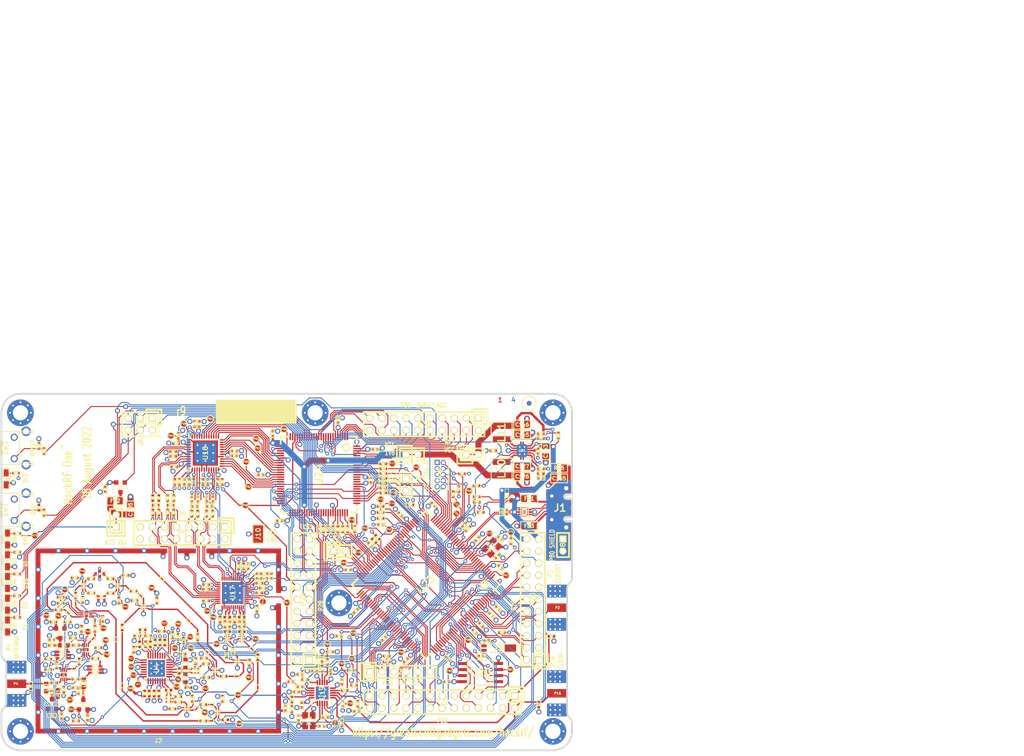
<source format=kicad_pcb>
(kicad_pcb (version 20211014) (generator pcbnew)

  (general
    (thickness 1.6116)
  )

  (paper "USLegal")
  (title_block
    (title "HackRF One")
    (date "2022-08-28")
    (rev "r9")
    (company "Copyright 2012-2022 Great Scott Gadgets")
    (comment 1 "Michael Ossmann")
    (comment 2 "Licensed under the CERN-OHL-P v2")
  )

  (layers
    (0 "F.Cu" signal "C1F")
    (1 "In1.Cu" signal "C2")
    (2 "In2.Cu" signal "C3")
    (31 "B.Cu" signal "C4B")
    (32 "B.Adhes" user "B.Adhesive")
    (33 "F.Adhes" user "F.Adhesive")
    (34 "B.Paste" user)
    (35 "F.Paste" user)
    (36 "B.SilkS" user "B.Silkscreen")
    (37 "F.SilkS" user "F.Silkscreen")
    (38 "B.Mask" user)
    (39 "F.Mask" user)
    (41 "Cmts.User" user "User.Comments")
    (44 "Edge.Cuts" user)
    (45 "Margin" user)
    (46 "B.CrtYd" user "B.Courtyard")
    (47 "F.CrtYd" user "F.Courtyard")
    (49 "F.Fab" user)
  )

  (setup
    (stackup
      (layer "F.SilkS" (type "Top Silk Screen") (color "White"))
      (layer "F.Paste" (type "Top Solder Paste"))
      (layer "F.Mask" (type "Top Solder Mask") (color "Green") (thickness 0.0127) (material "LPI") (epsilon_r 3.8) (loss_tangent 0))
      (layer "F.Cu" (type "copper") (thickness 0.035))
      (layer "dielectric 1" (type "prepreg") (thickness 0.2104) (material "7628") (epsilon_r 4.6) (loss_tangent 0))
      (layer "In1.Cu" (type "copper") (thickness 0.0152))
      (layer "dielectric 2" (type "core") (thickness 1.065) (material "7628") (epsilon_r 4.6) (loss_tangent 0))
      (layer "In2.Cu" (type "copper") (thickness 0.0152))
      (layer "dielectric 3" (type "prepreg") (thickness 0.2104) (material "7628") (epsilon_r 4.6) (loss_tangent 0))
      (layer "B.Cu" (type "copper") (thickness 0.035))
      (layer "B.Mask" (type "Bottom Solder Mask") (color "Green") (thickness 0.0127) (material "LPI") (epsilon_r 3.8) (loss_tangent 0))
      (layer "B.Paste" (type "Bottom Solder Paste"))
      (layer "B.SilkS" (type "Bottom Silk Screen") (color "White"))
      (copper_finish "ENIG")
      (dielectric_constraints yes)
    )
    (pad_to_mask_clearance 0.05)
    (pad_to_paste_clearance_ratio -0.12)
    (pcbplotparams
      (layerselection 0x00010e8_ffffffff)
      (disableapertmacros false)
      (usegerberextensions true)
      (usegerberattributes false)
      (usegerberadvancedattributes true)
      (creategerberjobfile false)
      (svguseinch false)
      (svgprecision 6)
      (excludeedgelayer true)
      (plotframeref false)
      (viasonmask false)
      (mode 1)
      (useauxorigin false)
      (hpglpennumber 1)
      (hpglpenspeed 20)
      (hpglpendiameter 15.000000)
      (dxfpolygonmode true)
      (dxfimperialunits true)
      (dxfusepcbnewfont true)
      (psnegative false)
      (psa4output false)
      (plotreference false)
      (plotvalue false)
      (plotinvisibletext false)
      (sketchpadsonfab false)
      (subtractmaskfromsilk false)
      (outputformat 1)
      (mirror false)
      (drillshape 0)
      (scaleselection 1)
      (outputdirectory "gerbers")
    )
  )

  (net 0 "")
  (net 1 "!MIX_BYPASS")
  (net 2 "!RX_AMP_PWR")
  (net 3 "!TX_AMP_PWR")
  (net 4 "!VAA_ENABLE")
  (net 5 "/baseband/CLK0")
  (net 6 "/baseband/CLK1")
  (net 7 "/baseband/CLK2")
  (net 8 "/baseband/CLK3")
  (net 9 "/baseband/CLK5")
  (net 10 "/baseband/COM")
  (net 11 "/baseband/CPOUT+")
  (net 12 "/baseband/CPOUT-")
  (net 13 "/baseband/IA+")
  (net 14 "/baseband/IA-")
  (net 15 "/baseband/ID+")
  (net 16 "/baseband/ID-")
  (net 17 "/baseband/INTR")
  (net 18 "/baseband/OEB")
  (net 19 "/baseband/QA+")
  (net 20 "/baseband/QA-")
  (net 21 "/baseband/QD+")
  (net 22 "/baseband/QD-")
  (net 23 "/baseband/REFN")
  (net 24 "/baseband/REFP")
  (net 25 "/baseband/RXBBI+")
  (net 26 "/baseband/RXBBI-")
  (net 27 "/baseband/RXBBQ+")
  (net 28 "/baseband/RXBBQ-")
  (net 29 "/baseband/TXBBI+")
  (net 30 "/baseband/TXBBI-")
  (net 31 "/baseband/TXBBQ+")
  (net 32 "/baseband/TXBBQ-")
  (net 33 "/baseband/XA")
  (net 34 "/baseband/XB")
  (net 35 "/baseband/XCVR_CLKOUT")
  (net 36 "/baseband/XTAL2")
  (net 37 "/frontend/!ANT_BIAS")
  (net 38 "/frontend/REF_IN")
  (net 39 "/frontend/RX_AMP_OUT")
  (net 40 "/frontend/TX_AMP_IN")
  (net 41 "/frontend/TX_AMP_OUT")
  (net 42 "/mcu/usb/power/ADC0_0")
  (net 43 "/mcu/usb/power/ADC0_2")
  (net 44 "/mcu/usb/power/ADC0_5")
  (net 45 "/mcu/usb/power/ADC0_6")
  (net 46 "/mcu/usb/power/B1AUX13")
  (net 47 "/mcu/usb/power/B1AUX14")
  (net 48 "/mcu/usb/power/B2AUX1")
  (net 49 "/mcu/usb/power/B2AUX10")
  (net 50 "/mcu/usb/power/B2AUX11")
  (net 51 "/mcu/usb/power/B2AUX12")
  (net 52 "/mcu/usb/power/B2AUX13")
  (net 53 "/mcu/usb/power/B2AUX14")
  (net 54 "/mcu/usb/power/B2AUX15")
  (net 55 "/mcu/usb/power/B2AUX16")
  (net 56 "/mcu/usb/power/B2AUX2")
  (net 57 "/mcu/usb/power/B2AUX3")
  (net 58 "/mcu/usb/power/B2AUX4")
  (net 59 "/mcu/usb/power/B2AUX5")
  (net 60 "/mcu/usb/power/B2AUX6")
  (net 61 "/mcu/usb/power/B2AUX7")
  (net 62 "/mcu/usb/power/B2AUX8")
  (net 63 "/mcu/usb/power/B2AUX9")
  (net 64 "/mcu/usb/power/BANK2F3M1")
  (net 65 "/mcu/usb/power/BANK2F3M10")
  (net 66 "/mcu/usb/power/BANK2F3M11")
  (net 67 "/mcu/usb/power/BANK2F3M12")
  (net 68 "/mcu/usb/power/BANK2F3M14")
  (net 69 "/mcu/usb/power/BANK2F3M15")
  (net 70 "/mcu/usb/power/BANK2F3M16")
  (net 71 "/mcu/usb/power/BANK2F3M2")
  (net 72 "/mcu/usb/power/BANK2F3M3")
  (net 73 "/mcu/usb/power/BANK2F3M4")
  (net 74 "/mcu/usb/power/BANK2F3M5")
  (net 75 "/mcu/usb/power/BANK2F3M6")
  (net 76 "/mcu/usb/power/BANK2F3M7")
  (net 77 "/mcu/usb/power/BANK2F3M8")
  (net 78 "/mcu/usb/power/BANK2F3M9")
  (net 79 "/mcu/usb/power/CPLD_TCK")
  (net 80 "/mcu/usb/power/CPLD_TDI")
  (net 81 "/mcu/usb/power/CPLD_TDO")
  (net 82 "/mcu/usb/power/CPLD_TMS")
  (net 83 "/mcu/usb/power/DBGEN")
  (net 84 "/mcu/usb/power/DM")
  (net 85 "/mcu/usb/power/DP")
  (net 86 "/mcu/usb/power/EN1V8")
  (net 87 "/mcu/usb/power/GCK0")
  (net 88 "/mcu/usb/power/GPIO3_10")
  (net 89 "/mcu/usb/power/GPIO3_11")
  (net 90 "/mcu/usb/power/GPIO3_12")
  (net 91 "/mcu/usb/power/GPIO3_13")
  (net 92 "/mcu/usb/power/GPIO3_14")
  (net 93 "/mcu/usb/power/GPIO3_15")
  (net 94 "/mcu/usb/power/GPIO3_8")
  (net 95 "/mcu/usb/power/GPIO3_9")
  (net 96 "/mcu/usb/power/GP_CLKIN")
  (net 97 "/mcu/usb/power/I2C1_SCL")
  (net 98 "/mcu/usb/power/I2C1_SDA")
  (net 99 "/mcu/usb/power/I2S0_RX_MCLK")
  (net 100 "/mcu/usb/power/I2S0_RX_SCK")
  (net 101 "/mcu/usb/power/I2S0_RX_SDA")
  (net 102 "/mcu/usb/power/I2S0_RX_WS")
  (net 103 "/mcu/usb/power/I2S0_TX_MCLK")
  (net 104 "/mcu/usb/power/I2S0_TX_SCK")
  (net 105 "/mcu/usb/power/ISP")
  (net 106 "/mcu/usb/power/LED1")
  (net 107 "/mcu/usb/power/LED2")
  (net 108 "/mcu/usb/power/LED3")
  (net 109 "/mcu/usb/power/P1_1")
  (net 110 "/mcu/usb/power/P1_2")
  (net 111 "/mcu/usb/power/P2_13")
  (net 112 "/mcu/usb/power/P2_8")
  (net 113 "/mcu/usb/power/P2_9")
  (net 114 "/mcu/usb/power/REG_OUT1")
  (net 115 "/mcu/usb/power/REG_OUT2")
  (net 116 "/mcu/usb/power/RESET")
  (net 117 "/mcu/usb/power/RREF")
  (net 118 "/mcu/usb/power/RTCX1")
  (net 119 "/mcu/usb/power/RTCX2")
  (net 120 "/mcu/usb/power/RTC_ALARM")
  (net 121 "/mcu/usb/power/SD_CD")
  (net 122 "/mcu/usb/power/SD_CLK")
  (net 123 "/mcu/usb/power/SD_CMD")
  (net 124 "/mcu/usb/power/SD_DAT0")
  (net 125 "/mcu/usb/power/SD_DAT1")
  (net 126 "/mcu/usb/power/SD_DAT2")
  (net 127 "/mcu/usb/power/SD_DAT3")
  (net 128 "/mcu/usb/power/SD_POW")
  (net 129 "/mcu/usb/power/SD_VOLT0")
  (net 130 "/mcu/usb/power/SGPIO0")
  (net 131 "/mcu/usb/power/SGPIO1")
  (net 132 "/mcu/usb/power/SGPIO10")
  (net 133 "/mcu/usb/power/SGPIO11")
  (net 134 "/mcu/usb/power/SGPIO12")
  (net 135 "/mcu/usb/power/SGPIO13")
  (net 136 "/mcu/usb/power/SGPIO14")
  (net 137 "/mcu/usb/power/SGPIO15")
  (net 138 "/mcu/usb/power/SGPIO2")
  (net 139 "/mcu/usb/power/SGPIO3")
  (net 140 "/mcu/usb/power/SGPIO4")
  (net 141 "/mcu/usb/power/SGPIO5")
  (net 142 "/mcu/usb/power/SGPIO6")
  (net 143 "/mcu/usb/power/SGPIO7")
  (net 144 "/mcu/usb/power/SGPIO9")
  (net 145 "/mcu/usb/power/SPIFI_CS")
  (net 146 "/mcu/usb/power/SPIFI_CIPO")
  (net 147 "/mcu/usb/power/SPIFI_COPI")
  (net 148 "/mcu/usb/power/SPIFI_SCK")
  (net 149 "/mcu/usb/power/SPIFI_SIO2")
  (net 150 "/mcu/usb/power/SPIFI_SIO3")
  (net 151 "/mcu/usb/power/TCK")
  (net 152 "/mcu/usb/power/TDI")
  (net 153 "/mcu/usb/power/TDO")
  (net 154 "/mcu/usb/power/TMS")
  (net 155 "/mcu/usb/power/U0_RXD")
  (net 156 "/mcu/usb/power/U0_TXD")
  (net 157 "/mcu/usb/power/USB_SHIELD")
  (net 158 "/mcu/usb/power/VBAT")
  (net 159 "/mcu/usb/power/VBUS")
  (net 160 "/mcu/usb/power/VBUSCTRL")
  (net 161 "/mcu/usb/power/VIN")
  (net 162 "/mcu/usb/power/VREGMODE")
  (net 163 "/mcu/usb/power/WAKEUP")
  (net 164 "/mcu/usb/power/XTAL1")
  (net 165 "/mcu/usb/power/XTAL2")
  (net 166 "AMP_BYPASS")
  (net 167 "CLK6")
  (net 168 "CLKIN")
  (net 169 "CLKOUT")
  (net 170 "CS_AD")
  (net 171 "CS_XCVR")
  (net 172 "DA0")
  (net 173 "DA1")
  (net 174 "DA2")
  (net 175 "DA3")
  (net 176 "DA4")
  (net 177 "DA5")
  (net 178 "DA6")
  (net 179 "DA7")
  (net 180 "DD0")
  (net 181 "DD1")
  (net 182 "DD2")
  (net 183 "DD3")
  (net 184 "DD4")
  (net 185 "DD5")
  (net 186 "DD6")
  (net 187 "DD7")
  (net 188 "DD8")
  (net 189 "DD9")
  (net 190 "GCK1")
  (net 191 "GCK2")
  (net 192 "GND")
  (net 193 "HP")
  (net 194 "LP")
  (net 195 "MCU_CLK")
  (net 196 "MIXER_ENX")
  (net 197 "MIXER_RESETX")
  (net 198 "MIXER_SCLK")
  (net 199 "MIXER_SDATA")
  (net 200 "MIX_BYPASS")
  (net 201 "MIX_CLK")
  (net 202 "RSSI")
  (net 203 "RX")
  (net 204 "RXENABLE")
  (net 205 "RX_AMP")
  (net 206 "RX_IF")
  (net 207 "RX_MIX_BP")
  (net 208 "SCL")
  (net 209 "SDA")
  (net 210 "SGPIO_CLK")
  (net 211 "SSP1_CIPO")
  (net 212 "SSP1_COPI")
  (net 213 "SSP1_SCK")
  (net 214 "TXENABLE")
  (net 215 "TX_AMP")
  (net 216 "TX_IF")
  (net 217 "TX_MIX_BP")
  (net 218 "VAA")
  (net 219 "VCC")
  (net 220 "XCVR_EN")
  (net 221 "Net-(C8-Pad2)")
  (net 222 "Net-(C9-Pad2)")
  (net 223 "Net-(C9-Pad1)")
  (net 224 "Net-(C12-Pad1)")
  (net 225 "Net-(C13-Pad1)")
  (net 226 "Net-(C14-Pad2)")
  (net 227 "Net-(C14-Pad1)")
  (net 228 "Net-(C15-Pad2)")
  (net 229 "Net-(C17-Pad2)")
  (net 230 "Net-(C17-Pad1)")
  (net 231 "Net-(C18-Pad2)")
  (net 232 "Net-(C18-Pad1)")
  (net 233 "Net-(C20-Pad2)")
  (net 234 "Net-(C20-Pad1)")
  (net 235 "Net-(C21-Pad2)")
  (net 236 "Net-(C21-Pad1)")
  (net 237 "Net-(C23-Pad2)")
  (net 238 "Net-(C23-Pad1)")
  (net 239 "Net-(C25-Pad1)")
  (net 240 "Net-(C26-Pad2)")
  (net 241 "Net-(C26-Pad1)")
  (net 242 "Net-(C27-Pad2)")
  (net 243 "Net-(C27-Pad1)")
  (net 244 "Net-(C28-Pad2)")
  (net 245 "Net-(C28-Pad1)")
  (net 246 "Net-(C31-Pad2)")
  (net 247 "Net-(C31-Pad1)")
  (net 248 "Net-(C32-Pad2)")
  (net 249 "Net-(C32-Pad1)")
  (net 250 "Net-(C43-Pad2)")
  (net 251 "Net-(C43-Pad1)")
  (net 252 "Net-(C44-Pad2)")
  (net 253 "Net-(C44-Pad1)")
  (net 254 "Net-(C46-Pad2)")
  (net 255 "Net-(C46-Pad1)")
  (net 256 "Net-(C48-Pad1)")
  (net 257 "Net-(C49-Pad2)")
  (net 258 "Net-(C50-Pad1)")
  (net 259 "Net-(C51-Pad2)")
  (net 260 "Net-(C51-Pad1)")
  (net 261 "Net-(C163-Pad2)")
  (net 262 "Net-(C58-Pad2)")
  (net 263 "Net-(C59-Pad2)")
  (net 264 "Net-(C61-Pad2)")
  (net 265 "Net-(C61-Pad1)")
  (net 266 "Net-(C62-Pad2)")
  (net 267 "Net-(C64-Pad2)")
  (net 268 "Net-(C64-Pad1)")
  (net 269 "Net-(C99-Pad2)")
  (net 270 "Net-(C99-Pad1)")
  (net 271 "Net-(C102-Pad2)")
  (net 272 "Net-(C102-Pad1)")
  (net 273 "Net-(C104-Pad2)")
  (net 274 "Net-(C104-Pad1)")
  (net 275 "Net-(C105-Pad1)")
  (net 276 "Net-(C106-Pad1)")
  (net 277 "Net-(C111-Pad2)")
  (net 278 "Net-(C111-Pad1)")
  (net 279 "Net-(C114-Pad2)")
  (net 280 "Net-(C114-Pad1)")
  (net 281 "Net-(C125-Pad2)")
  (net 282 "Net-(C160-Pad1)")
  (net 283 "Net-(D2-Pad2)")
  (net 284 "Net-(D4-Pad2)")
  (net 285 "Net-(D5-Pad2)")
  (net 286 "Net-(D6-Pad2)")
  (net 287 "Net-(D7-Pad2)")
  (net 288 "Net-(D8-Pad2)")
  (net 289 "Net-(FB1-Pad1)")
  (net 290 "Net-(FB2-Pad1)")
  (net 291 "Net-(FB3-Pad1)")
  (net 292 "Net-(J1-Pad4)")
  (net 293 "Net-(J1-Pad3)")
  (net 294 "Net-(J1-Pad2)")
  (net 295 "Net-(L1-Pad2)")
  (net 296 "Net-(L1-Pad1)")
  (net 297 "Net-(L2-Pad1)")
  (net 298 "Net-(L3-Pad1)")
  (net 299 "Net-(L10-Pad1)")
  (net 300 "Net-(L11-Pad2)")
  (net 301 "Net-(D10-Pad1)")
  (net 302 "Net-(P6-Pad1)")
  (net 303 "Net-(P7-Pad1)")
  (net 304 "Net-(P17-Pad1)")
  (net 305 "Net-(P19-Pad1)")
  (net 306 "Net-(P24-Pad1)")
  (net 307 "Net-(R4-Pad2)")
  (net 308 "Net-(R30-Pad2)")
  (net 309 "Net-(R19-Pad2)")
  (net 310 "Net-(R51-Pad1)")
  (net 311 "Net-(R52-Pad2)")
  (net 312 "Net-(R55-Pad2)")
  (net 313 "Net-(R62-Pad1)")
  (net 314 "/frontend/RX_AMP_IN")
  (net 315 "+1V8")
  (net 316 "unconnected-(P25-Pad3)")
  (net 317 "unconnected-(P26-Pad7)")
  (net 318 "unconnected-(U4-Pad1)")
  (net 319 "unconnected-(U4-Pad2)")
  (net 320 "unconnected-(U4-Pad3)")
  (net 321 "unconnected-(U4-Pad11)")
  (net 322 "unconnected-(U4-Pad13)")
  (net 323 "unconnected-(U4-Pad14)")
  (net 324 "unconnected-(U4-Pad17)")
  (net 325 "unconnected-(U4-Pad18)")
  (net 326 "unconnected-(U4-Pad20)")
  (net 327 "unconnected-(U4-Pad21)")
  (net 328 "unconnected-(U9-Pad2)")
  (net 329 "unconnected-(U12-Pad2)")
  (net 330 "unconnected-(U14-Pad2)")
  (net 331 "unconnected-(U15-Pad4)")
  (net 332 "unconnected-(U15-Pad6)")
  (net 333 "unconnected-(U17-Pad3)")
  (net 334 "unconnected-(U17-Pad6)")
  (net 335 "unconnected-(U17-Pad8)")
  (net 336 "unconnected-(U17-Pad9)")
  (net 337 "unconnected-(U17-Pad12)")
  (net 338 "unconnected-(U17-Pad14)")
  (net 339 "unconnected-(U17-Pad18)")
  (net 340 "unconnected-(U17-Pad33)")
  (net 341 "unconnected-(U17-Pad34)")
  (net 342 "unconnected-(U17-Pad40)")
  (net 343 "unconnected-(U18-Pad38)")
  (net 344 "unconnected-(U23-Pad85)")
  (net 345 "unconnected-(U23-Pad89)")
  (net 346 "unconnected-(U23-Pad90)")
  (net 347 "unconnected-(U24-Pad14)")
  (net 348 "unconnected-(U24-Pad15)")
  (net 349 "unconnected-(U24-Pad16)")
  (net 350 "unconnected-(U24-Pad20)")
  (net 351 "unconnected-(U24-Pad25)")
  (net 352 "unconnected-(U24-Pad44)")
  (net 353 "unconnected-(U24-Pad46)")
  (net 354 "unconnected-(U24-Pad49)")
  (net 355 "unconnected-(U24-Pad50)")
  (net 356 "unconnected-(U24-Pad52)")
  (net 357 "unconnected-(U24-Pad53)")
  (net 358 "unconnected-(U24-Pad54)")
  (net 359 "unconnected-(U24-Pad58)")
  (net 360 "unconnected-(U24-Pad59)")
  (net 361 "unconnected-(U24-Pad60)")
  (net 362 "unconnected-(U24-Pad63)")
  (net 363 "unconnected-(U24-Pad65)")
  (net 364 "unconnected-(U24-Pad66)")
  (net 365 "unconnected-(U24-Pad68)")
  (net 366 "unconnected-(U24-Pad73)")
  (net 367 "unconnected-(U24-Pad75)")
  (net 368 "unconnected-(U24-Pad80)")
  (net 369 "unconnected-(U24-Pad82)")
  (net 370 "unconnected-(U24-Pad85)")
  (net 371 "unconnected-(U24-Pad86)")
  (net 372 "unconnected-(U24-Pad87)")
  (net 373 "unconnected-(U24-Pad93)")
  (net 374 "unconnected-(U24-Pad95)")
  (net 375 "unconnected-(U24-Pad96)")
  (net 376 "Net-(D10-Pad2)")

  (footprint "gsg-modules:LTST-S220" (layer "F.Cu") (at 61.27 148.838 -90))

  (footprint "gsg-modules:LTST-S220" (layer "F.Cu") (at 61.27 139.694 -90))

  (footprint "gsg-modules:LTST-S220" (layer "F.Cu") (at 61.27 130.55 -90))

  (footprint "gsg-modules:LTST-S220" (layer "F.Cu") (at 61.27 144.266 -90))

  (footprint "gsg-modules:LTST-S220" (layer "F.Cu") (at 61.27 135.122 -90))

  (footprint "GSG-TESTPOINT-30MIL-MASKONLY" (layer "F.Cu") (at 89.31402 142.49908))

  (footprint "GSG-TESTPOINT-30MIL-MASKONLY" (layer "F.Cu") (at 84.1046 151.6574))

  (footprint "GSG-TESTPOINT-30MIL-MASKONLY" (layer "F.Cu") (at 75.57516 144.21358))

  (footprint "GSG-TESTPOINT-30MIL-MASKONLY" (layer "F.Cu") (at 74.0537 146.1516))

  (footprint "GSG-TESTPOINT-30MIL-MASKONLY" (layer "F.Cu") (at 93.782 138.932))

  (footprint "GSG-TESTPOINT-30MIL-MASKONLY" (layer "F.Cu") (at 85.4 161.3602))

  (footprint "GSG-TESTPOINT-30MIL-MASKONLY" (layer "F.Cu") (at 75.33894 157.8483))

  (footprint "GSG-TESTPOINT-30MIL-MASKONLY" (layer "F.Cu") (at 79.28 151.506))

  (footprint "GSG-TESTPOINT-30MIL-MASKONLY" (layer "F.Cu") (at 113.919 161.74974))

  (footprint "GSG-TESTPOINT-30MIL-MASKONLY" (layer "F.Cu") (at 104.11206 168.79824))

  (footprint "GSG-TESTPOINT-30MIL-MASKONLY" (layer "F.Cu") (at 104.25176 165.37432))

  (footprint "GSG-TESTPOINT-30MIL-MASKONLY" (layer "F.Cu") (at 101.0158 166.26332))

  (footprint "GSG-TESTPOINT-30MIL-MASKONLY" (layer "F.Cu") (at 79.6671 147.71116))

  (footprint "GSG-TESTPOINT-30MIL-MASKONLY" (layer "F.Cu") (at 109.47654 159.42564))

  (footprint "GSG-TESTPOINT-30MIL-MASKONLY" (layer "F.Cu") (at 99.36226 147.6883))

  (footprint "GSG-TESTPOINT-30MIL-MASKONLY" (layer "F.Cu") (at 103.23068 154.2796))

  (footprint "GSG-TESTPOINT-30MIL-MASKONLY" (layer "F.Cu") (at 112.71504 153.71064))

  (footprint "gsg-modules:LTST-S220" (layer "F.Cu") (at 61 117.9 -90))

  (footprint "GSG-MARK1MM" (layer "F.Cu") (at 171 102))

  (footprint "hackrf:GSG-0402" (layer "F.Cu") (at 91.0964 163.0468 -90))

  (footprint "hackrf:GSG-0402" (layer "F.Cu") (at 90.0804 163.0468 -90))

  (footprint "hackrf:GSG-0402" (layer "F.Cu") (at 93.1284 163.0468 -90))

  (footprint "hackrf:GSG-0402" (layer "F.Cu") (at 92.1124 163.0468 -90))

  (footprint "hackrf:GSG-0402" (layer "F.Cu") (at 92.341 152.328 90))

  (footprint "hackrf:GSG-0402" (layer "F.Cu") (at 93.357 152.328 90))

  (footprint "hackrf:GSG-0402" (layer "F.Cu") (at 107.084 168.5762 180))

  (footprint "hackrf:GSG-0402" (layer "F.Cu") (at 113.919 155.448 -90))

  (footprint "hackrf:GSG-0402" (layer "F.Cu") (at 85.4 149.1682 90))

  (footprint "hackrf:GSG-0402" (layer "F.Cu") (at 87.9808 143.4816))

  (footprint "hackrf:GSG-0402" (layer "F.Cu") (at 84.7138 143.4622 90))

  (footprint "hackrf:GSG-0402" (layer "F.Cu") (at 87.7944 153.8266 -90))

  (footprint "hackrf:GSG-0402" (layer "F.Cu") (at 88.5564 150.9056 180))

  (footprint "hackrf:GSG-0402" (layer "F.Cu") (at 90.3344 152.6836 90))

  (footprint "hackrf:GSG-0402" (layer "F.Cu") (at 90.8424 150.9056))

  (footprint "hackrf:GSG-0402" (layer "F.Cu") (at 106.4998 164.1566 90))

  (footprint "hackrf:GSG-0402" (layer "F.Cu") (at 82.9358 141.9382))

  (footprint "hackrf:GSG-0402" (layer "F.Cu") (at 78.8718 141.9382))

  (footprint "hackrf:GSG-0402" (layer "F.Cu") (at 77.0938 143.3352 90))

  (footprint "hackrf:GSG-0402" (layer "F.Cu") (at 87.8078 141.5288))

  (footprint "hackrf:GSG-0402" (layer "F.Cu") (at 102.4382 165.3794 180))

  (footprint "hackrf:GSG-0402" (layer "F.Cu") (at 95.9732 166.2726))

  (footprint "hackrf:GSG-0402" (layer "F.Cu") (at 101.2698 151.1808 90))

  (footprint "hackrf:GSG-0402" (layer "F.Cu") (at 92.6798 143.4816 -90))

  (footprint "hackrf:GSG-0402" (layer "F.Cu") (at 97.1924 163.7326))

  (footprint "hackrf:GSG-0402" (layer "F.Cu") (at 78.8718 138.8902 180))

  (footprint "hackrf:GSG-0402" (layer "F.Cu") (at 82.9358 138.8902))

  (footprint "hackrf:GSG-0402" (layer "F.Cu") (at 97.1924 164.8756))

  (footprint "hackrf:GSG-0402" (layer "F.Cu") (at 75.4174 138.7124 180))

  (footprint "hackrf:GSG-0402" (layer "F.Cu") (at 86.1 138.2))

  (footprint "hackrf:GSG-0402" (layer "F.Cu") (at 75.5952 142.4462 90))

  (footprint "hackrf:GSG-0402" (layer "F.Cu") (at 102.4382 168.8084 180))

  (footprint "hackrf:GSG-0402" (layer "F.Cu") (at 100.1134 164.139 90))

  (footprint "hackrf:GSG-0402" (layer "F.Cu") (at 98.31 151.9216 90))

  (footprint "hackrf:GSG-0402" (layer "F.Cu") (at 97.167 151.1596 90))

  (footprint "hackrf:GSG-0402" (layer "F.Cu") (at 96.024 150.7786 90))

  (footprint "hackrf:GSG-0402" (layer "F.Cu") (at 93.738 149.915 180))

  (footprint "hackrf:GSG-0402" (layer "F.Cu") (at 72.4456 142.8272))

  (footprint "hackrf:GSG-0402" (layer "F.Cu") (at 81.3054 147.3454 90))

  (footprint "hackrf:GSG-0402" (layer "F.Cu") (at 72.4456 144.0718))

  (footprint "hackrf:GSG-0402" (layer "F.Cu") (at 99.326 161.8276))

  (footprint "hackrf:GSG-0402" (layer "F.Cu") (at 98.056 154.7156 180))

  (footprint "hackrf:GSG-0402" (layer "F.Cu") (at 72.009 145.415 180))

  (footprint "hackrf:GSG-0402" (layer "F.Cu") (at 79.6798 149.4282 90))

  (footprint "hackrf:GSG-0402" (layer "F.Cu") (at 102.5906 155.6512))

  (footprint "hackrf:GSG-0402" (layer "F.Cu") (at 103.0478 156.7942 180))

  (footprint "hackrf:GSG-0402" (layer "F.Cu") (at 112.1664 156.5656 90))

  (footprint "hackrf:GSG-0402" (layer "F.Cu") (at 108.7374 154.0002 90))

  (footprint "hackrf:GSG-0402" (layer "F.Cu") (at 100.85 156.2396 -90))

  (footprint "hackrf:GSG-0402" (layer "F.Cu") (at 75.678 152.92))

  (footprint "hackrf:GSG-0402" (layer "F.Cu") (at 106.7414 159.434 180))

  (footprint "hackrf:GSG-0402" (layer "F.Cu") (at 70.598 152.92 180))

  (footprint "hackrf:GSG-0402" (layer "F.Cu") (at 70.9474 147.9998 180))

  (footprint "hackrf:GSG-0402" (layer "F.Cu") (at 103.124 159.6644 180))

  (footprint "hackrf:GSG-0402" (layer "F.Cu") (at 80.377 153.428))

  (footprint "hackrf:GSG-0402" (layer "F.Cu") (at 107.3912 154.8638 90))

  (footprint "hackrf:GSG-0402" (layer "F.Cu") (at 76.835 149.4282 90))

  (footprint "hackrf:GSG-0402" (layer "F.Cu") (at 71.614 157.111 90))

  (footprint "hackrf:GSG-0402" (layer "F.Cu") (at 79.742 155.714))

  (footprint "hackrf:GSG-0402" (layer "F.Cu") (at 75.043 151.396))

  (footprint "hackrf:GSG-0402" (layer "F.Cu") (at 76.3638 156.3236 90))

  (footprint "hackrf:GSG-0402" (layer "F.Cu") (at 75.551 160.032))

  (footprint "hackrf:GSG-0402" (layer "F.Cu") (at 73.0872 162.2418 -90))

  (footprint "hackrf:GSG-0402" (layer "F.Cu") (at 71.13 160.81 180))

  (footprint "hackrf:GSG-0402" (layer "F.Cu") (at 69.836 158))

  (footprint "hackrf:GSG-0402" (layer "F.Cu") (at 69.836 155.841))

  (footprint "hackrf:GSG-0402" (layer "F.Cu") (at 121.0802 164.2964 -90))

  (footprint "hackrf:GSG-0402" (layer "F.Cu") (at 127.4624 155.7214 90))

  (footprint "hackrf:GSG-0402" (layer "F.Cu") (at 129.088 154.2736))

  (footprint "hackrf:GSG-0402" (layer "F.Cu") (at 121.0802 166.3284 -90))

  (footprint "hackrf:GSG-0402" (layer "F.Cu") (at 100.4824 118.5578 -90))

  (footprint "hackrf:GSG-0402" (layer "F.Cu") (at 99.4664 118.5578 -90))

  (footprint "hackrf:GSG-0402" (layer "F.Cu") (at 103.4034 118.5578 -90))

  (footprint "hackrf:GSG-0402" (layer "F.Cu") (at 102.3874 118.5578 -90))

  (footprint "hackrf:GSG-0402" (layer "F.Cu") (at 105.4354 118.5578 -90))

  (footprint "hackrf:GSG-0402" (layer "F.Cu") (at 106.4514 118.5578 -90))

  (footprint "hackrf:GSG-0402" (layer "F.Cu") (at 101.6254 106.3658 90))

  (footprint "hackrf:GSG-0402" (layer "F.Cu") (at 100.6094 106.3658 90))

  (footprint "hackrf:GSG-0402" (layer "F.Cu") (at 96.7359 110.4933 180))

  (footprint "hackrf:GSG-0402" (layer "F.Cu") (at 97.2439 108.8423 90))

  (footprint "hackrf:GSG-0402" (layer "F.Cu")
    (tedit 4FB6CFE4) (tstamp 00000000-0000-0000-0000-00005787e283)
    (at 96.1009 113.1603 180)
    (property "Description" "CAP CER 0.1UF 10V 10% X5R 0402")
    (property "Manufacturer" "Murata")
    (property "Part Number" "GRM155R61A104KA01D")
    (property "Sheetfile" "baseband.kicad_sch")
    (property "Sheetname" "baseband")
    (path "/00000000-0000-0000-0000-000050370666/00000000-0000-0000-0000-0000503c49fa")
    (solder_mask_margin 0.1016)
    (attr through_hole)
    (fp_text reference "C81" (at 0 0.0508 180) (layer "F.SilkS")
      (effects (font (size 0.4064 0.4064) (thickness 0.1016)))
      (tstamp 014e208b-7a4f-46a8-a4ca-c11530962f28)
    )
    (fp_text value "100nF" (at 0 0.0508 180) (layer "F.SilkS") hide
      (effects (font (size 0.4064 0.4064) (thickness 0.1016)))
      (tstamp 2f8d09bf-f2db-4798-a12b-68c64af87a1f)
    )
    (fp_line (start 0.889 -0.381) (end 0.889 0.381) (layer "F.SilkS") (width 0.2032) (tstamp 695ed798-9020-4894-9a6b-e1e7051ac272))
    (fp_line (start -0.889 -0.381) (end 0.889 -0.381) (layer "F.SilkS") (width 0.2032) (tstamp 8f2bf1a2-877c-4284-93b5-a9d5010d6d63))
    (fp_line (start 0.889 0.381) (end -0.889 0.381) (layer "F.SilkS") (width 0.2032) (tstamp ac53fc72-bced-4647-8367-c4f3aa45a503))
    (fp_line (start -0.889 0.381) (end -0.889 -0.381) (layer "F.SilkS") (width 0.2032) (tstamp f4e9f9d7-21ae-491b-8873-d549b4278160))
    (pad "1" smd rect locked (at -0.5334 0 180) (size 0.508 0.5588) (layers "F.Cu" "F.Paste" "F.Mask")
      (net 218 "VAA") (pintype "passive") (die_length -1518.485687) (solder_
... [4437352 chars truncated]
</source>
